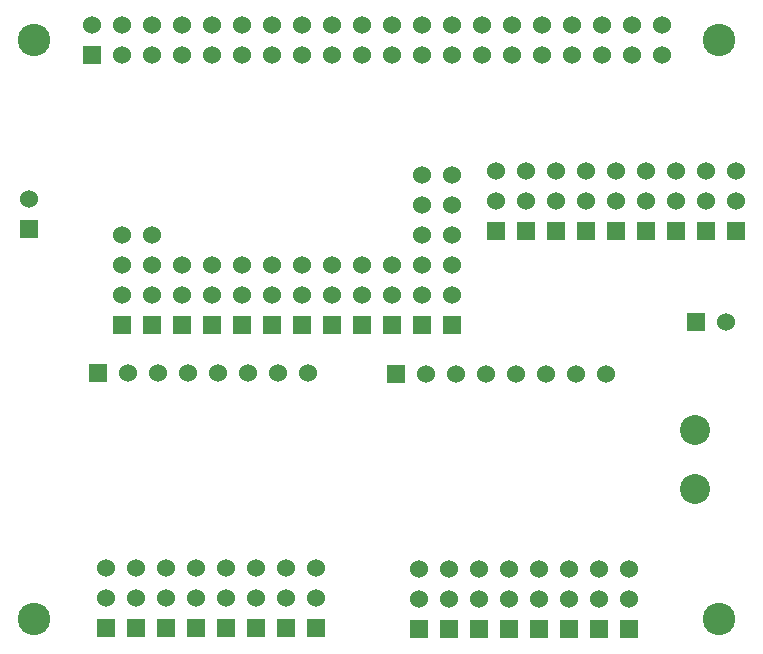
<source format=gbs>
G04 #@! TF.FileFunction,Soldermask,Bot*
%FSLAX46Y46*%
G04 Gerber Fmt 4.6, Leading zero omitted, Abs format (unit mm)*
G04 Created by KiCad (PCBNEW (after 2015-mar-04 BZR unknown)-product) date 4/21/2015 1:20:39 PM*
%MOMM*%
G01*
G04 APERTURE LIST*
%ADD10C,0.150000*%
%ADD11R,1.524000X1.524000*%
%ADD12C,1.524000*%
%ADD13C,2.750000*%
%ADD14C,2.540000*%
G04 APERTURE END LIST*
D10*
D11*
X128450000Y-87630000D03*
D12*
X128450000Y-85090000D03*
X128450000Y-82550000D03*
X128450000Y-80010000D03*
D11*
X133530000Y-87630000D03*
D12*
X133530000Y-85090000D03*
X133530000Y-82550000D03*
D11*
X138610000Y-87630000D03*
D12*
X138610000Y-85090000D03*
X138610000Y-82550000D03*
D11*
X143690000Y-87630000D03*
D12*
X143690000Y-85090000D03*
X143690000Y-82550000D03*
D11*
X148770000Y-87630000D03*
D12*
X148770000Y-85090000D03*
X148770000Y-82550000D03*
D11*
X141150000Y-87630000D03*
D12*
X141150000Y-85090000D03*
X141150000Y-82550000D03*
D11*
X146230000Y-87630000D03*
D12*
X146230000Y-85090000D03*
X146230000Y-82550000D03*
D11*
X153850000Y-87630000D03*
D12*
X153850000Y-85090000D03*
X153850000Y-82550000D03*
X153850000Y-80010000D03*
X153850000Y-77470000D03*
X153850000Y-74930000D03*
D11*
X125910000Y-87630000D03*
D12*
X125910000Y-85090000D03*
X125910000Y-82550000D03*
X125910000Y-80010000D03*
D11*
X136070000Y-87630000D03*
D12*
X136070000Y-85090000D03*
X136070000Y-82550000D03*
D11*
X151310000Y-87630000D03*
D12*
X151310000Y-85090000D03*
X151310000Y-82550000D03*
X151310000Y-80010000D03*
X151310000Y-77470000D03*
X151310000Y-74930000D03*
D11*
X157545000Y-79685000D03*
D12*
X157545000Y-77145000D03*
X157545000Y-74605000D03*
D11*
X160085000Y-79685000D03*
D12*
X160085000Y-77145000D03*
X160085000Y-74605000D03*
D11*
X165165000Y-79685000D03*
D12*
X165165000Y-77145000D03*
X165165000Y-74605000D03*
D11*
X167705000Y-79685000D03*
D12*
X167705000Y-77145000D03*
X167705000Y-74605000D03*
D11*
X172785000Y-79685000D03*
D12*
X172785000Y-77145000D03*
X172785000Y-74605000D03*
D11*
X162625000Y-79685000D03*
D12*
X162625000Y-77145000D03*
X162625000Y-74605000D03*
D11*
X170245000Y-79685000D03*
D12*
X170245000Y-77145000D03*
X170245000Y-74605000D03*
D11*
X175325000Y-79685000D03*
D12*
X175325000Y-77145000D03*
X175325000Y-74605000D03*
D11*
X177865000Y-79685000D03*
D12*
X177865000Y-77145000D03*
X177865000Y-74605000D03*
D11*
X123370000Y-64770000D03*
D12*
X123370000Y-62230000D03*
X136070000Y-64770000D03*
X125910000Y-62230000D03*
X138610000Y-64770000D03*
X128450000Y-62230000D03*
X141150000Y-64770000D03*
X130990000Y-62230000D03*
X143690000Y-64770000D03*
X133530000Y-62230000D03*
X146230000Y-64770000D03*
X136070000Y-62230000D03*
X148770000Y-64770000D03*
X138610000Y-62230000D03*
X151310000Y-64770000D03*
X141150000Y-62230000D03*
X153850000Y-64770000D03*
X143690000Y-62230000D03*
X156390000Y-64770000D03*
X146230000Y-62230000D03*
X158930000Y-64770000D03*
X148770000Y-62230000D03*
X161470000Y-64770000D03*
X151310000Y-62230000D03*
X153850000Y-62230000D03*
X164010000Y-64770000D03*
X156390000Y-62230000D03*
X161470000Y-62230000D03*
X164010000Y-62230000D03*
X166550000Y-62230000D03*
X169090000Y-62230000D03*
X166550000Y-64770000D03*
X169090000Y-64770000D03*
X125910000Y-64770000D03*
X128450000Y-64770000D03*
X130990000Y-64770000D03*
X133530000Y-64770000D03*
X171630000Y-64770000D03*
X171630000Y-62230000D03*
X158930000Y-62230000D03*
D11*
X130990000Y-87630000D03*
D12*
X130990000Y-85090000D03*
X130990000Y-82550000D03*
X136590000Y-91750000D03*
X134050000Y-91750000D03*
D11*
X123890000Y-91750000D03*
D12*
X126430000Y-91750000D03*
X128970000Y-91750000D03*
X131510000Y-91750000D03*
X139130000Y-91750000D03*
X141670000Y-91750000D03*
D13*
X176500000Y-112500000D03*
X118500000Y-112500000D03*
X176500000Y-63500000D03*
X118500000Y-63500000D03*
D11*
X142305000Y-113340000D03*
D12*
X142305000Y-110800000D03*
X142305000Y-108260000D03*
D11*
X139765000Y-113340000D03*
D12*
X139765000Y-110800000D03*
X139765000Y-108260000D03*
D11*
X137225000Y-113340000D03*
D12*
X137225000Y-110800000D03*
X137225000Y-108260000D03*
D11*
X134685000Y-113340000D03*
D12*
X134685000Y-110800000D03*
X134685000Y-108260000D03*
D11*
X132145000Y-113340000D03*
D12*
X132145000Y-110800000D03*
X132145000Y-108260000D03*
D11*
X129605000Y-113340000D03*
D12*
X129605000Y-110800000D03*
X129605000Y-108260000D03*
D11*
X127065000Y-113340000D03*
D12*
X127065000Y-110800000D03*
X127065000Y-108260000D03*
D11*
X124525000Y-113340000D03*
D12*
X124525000Y-110800000D03*
X124525000Y-108260000D03*
D11*
X174540000Y-87390000D03*
D12*
X177080000Y-87390000D03*
D11*
X168825000Y-113425000D03*
D12*
X168825000Y-110885000D03*
X168825000Y-108345000D03*
D11*
X166285000Y-113425000D03*
D12*
X166285000Y-110885000D03*
X166285000Y-108345000D03*
D11*
X163745000Y-113425000D03*
D12*
X163745000Y-110885000D03*
X163745000Y-108345000D03*
D11*
X161205000Y-113425000D03*
D12*
X161205000Y-110885000D03*
X161205000Y-108345000D03*
D11*
X158665000Y-113425000D03*
D12*
X158665000Y-110885000D03*
X158665000Y-108345000D03*
D11*
X156125000Y-113425000D03*
D12*
X156125000Y-110885000D03*
X156125000Y-108345000D03*
D11*
X153585000Y-113425000D03*
D12*
X153585000Y-110885000D03*
X153585000Y-108345000D03*
D11*
X151045000Y-113425000D03*
D12*
X151045000Y-110885000D03*
X151045000Y-108345000D03*
X161840000Y-91835000D03*
X159300000Y-91835000D03*
D11*
X149140000Y-91835000D03*
D12*
X151680000Y-91835000D03*
X154220000Y-91835000D03*
X156760000Y-91835000D03*
X164380000Y-91835000D03*
X166920000Y-91835000D03*
D14*
X174436000Y-96576000D03*
X174436000Y-101576000D03*
D11*
X118048000Y-79558000D03*
D12*
X118048000Y-77018000D03*
M02*

</source>
